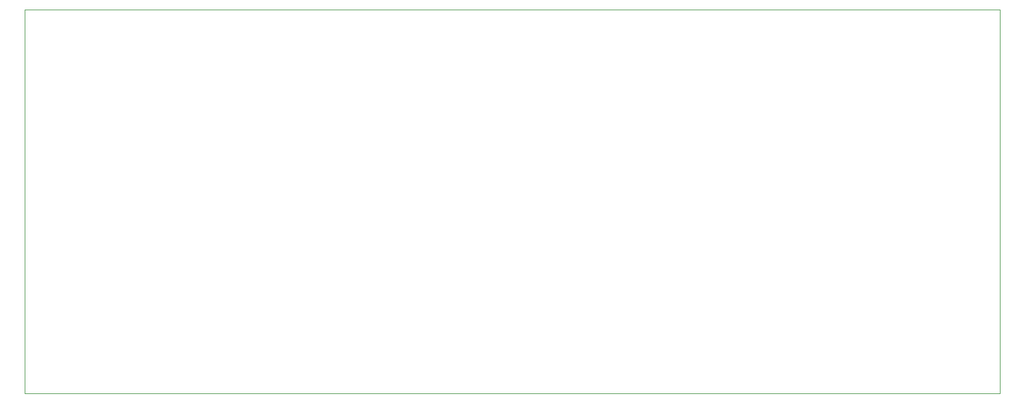
<source format=gbr>
G04 #@! TF.GenerationSoftware,KiCad,Pcbnew,5.1.4+dfsg1-1*
G04 #@! TF.CreationDate,2020-04-24T21:08:45-06:00*
G04 #@! TF.ProjectId,balanced-xlr,62616c61-6e63-4656-942d-786c722e6b69,rev?*
G04 #@! TF.SameCoordinates,Original*
G04 #@! TF.FileFunction,Profile,NP*
%FSLAX46Y46*%
G04 Gerber Fmt 4.6, Leading zero omitted, Abs format (unit mm)*
G04 Created by KiCad (PCBNEW 5.1.4+dfsg1-1) date 2020-04-24 21:08:45*
%MOMM*%
%LPD*%
G04 APERTURE LIST*
%ADD10C,0.050000*%
G04 APERTURE END LIST*
D10*
X39400000Y-80200000D02*
X176400000Y-80200000D01*
X39400000Y-80200000D02*
X39400000Y-134200000D01*
X176400000Y-80200000D02*
X176400000Y-134200000D01*
X39400000Y-134200000D02*
X176400000Y-134200000D01*
M02*

</source>
